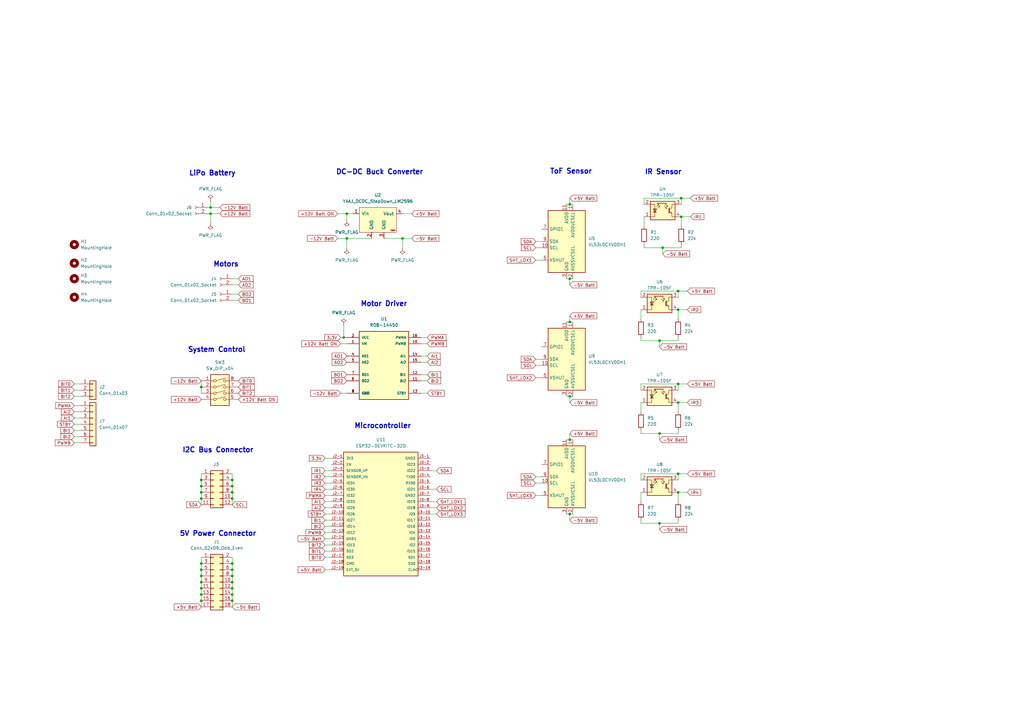
<source format=kicad_sch>
(kicad_sch (version 20250114) (generator "eeschema") (generator_version "9.0")
  (paper "A3")
  (lib_symbols
    (symbol "Connector:Conn_01x02_Socket" (pin_names (offset 1.016) (hide yes))
      (property "Reference" "J" (at 0 2.54 0))
      (property "Value" "Conn_01x02_Socket" (at 0 -5.08 0))
      (symbol "Conn_01x02_Socket_1_1"
        (pin passive line (at -5.08 0 0) (length 3.81) (name "Pin_1") (number "1"))
        (pin passive line (at -5.08 -2.54 0) (length 3.81) (name "Pin_2") (number "2"))
      )
    )
    (symbol "Connector_Generic:Conn_01x03" (pin_names (offset 1.016) (hide yes))
      (property "Reference" "J" (at 0 5.08 0))
      (property "Value" "Conn_01x03" (at 0 -5.08 0))
      (symbol "Conn_01x03_1_1"
        (pin passive line (at -5.08 2.54 0) (length 3.81) (name "Pin_1") (number "1"))
        (pin passive line (at -5.08 0 0) (length 3.81) (name "Pin_2") (number "2"))
        (pin passive line (at -5.08 -2.54 0) (length 3.81) (name "Pin_3") (number "3"))
      )
    )
    (symbol "Connector_Generic:Conn_01x07" (pin_names (offset 1.016) (hide yes))
      (property "Reference" "J" (at 0 10.16 0))
      (property "Value" "Conn_01x07" (at 0 -10.16 0))
      (symbol "Conn_01x07_1_1"
        (pin passive line (at -5.08 7.62 0) (length 3.81) (name "Pin_1") (number "1"))
        (pin passive line (at -5.08 5.08 0) (length 3.81) (name "Pin_2") (number "2"))
        (pin passive line (at -5.08 2.54 0) (length 3.81) (name "Pin_3") (number "3"))
        (pin passive line (at -5.08 0 0) (length 3.81) (name "Pin_4") (number "4"))
        (pin passive line (at -5.08 -2.54 0) (length 3.81) (name "Pin_5") (number "5"))
        (pin passive line (at -5.08 -5.08 0) (length 3.81) (name "Pin_6") (number "6"))
        (pin passive line (at -5.08 -7.62 0) (length 3.81) (name "Pin_7") (number "7"))
      )
    )
    (symbol "Connector_Generic:Conn_02x06_Odd_Even" (pin_names (offset 1.016) (hide yes))
      (property "Reference" "J" (at 1.27 7.62 0))
      (property "Value" "Conn_02x06_Odd_Even" (at 1.27 -10.16 0))
      (symbol "Conn_02x06_Odd_Even_1_1"
        (pin passive line (at -5.08 5.08 0) (length 3.81) (name "Pin_1") (number "1"))
        (pin passive line (at -5.08 2.54 0) (length 3.81) (name "Pin_3") (number "3"))
        (pin passive line (at -5.08 0 0) (length 3.81) (name "Pin_5") (number "5"))
        (pin passive line (at -5.08 -2.54 0) (length 3.81) (name "Pin_7") (number "7"))
        (pin passive line (at -5.08 -5.08 0) (length 3.81) (name "Pin_9") (number "9"))
        (pin passive line (at -5.08 -7.62 0) (length 3.81) (name "Pin_11") (number "11"))
        (pin passive line (at 7.62 5.08 180) (length 3.81) (name "Pin_2") (number "2"))
        (pin passive line (at 7.62 2.54 180) (length 3.81) (name "Pin_4") (number "4"))
        (pin passive line (at 7.62 0 180) (length 3.81) (name "Pin_6") (number "6"))
        (pin passive line (at 7.62 -2.54 180) (length 3.81) (name "Pin_8") (number "8"))
        (pin passive line (at 7.62 -5.08 180) (length 3.81) (name "Pin_10") (number "10"))
        (pin passive line (at 7.62 -7.62 180) (length 3.81) (name "Pin_12") (number "12"))
      )
    )
    (symbol "Connector_Generic:Conn_02x09_Odd_Even" (pin_names (offset 1.016) (hide yes))
      (property "Reference" "J" (at 1.27 12.7 0))
      (property "Value" "Conn_02x09_Odd_Even" (at 1.27 -12.7 0))
      (symbol "Conn_02x09_Odd_Even_1_1"
        (pin passive line (at -5.08 10.16 0) (length 3.81) (name "Pin_1") (number "1"))
        (pin passive line (at -5.08 7.62 0) (length 3.81) (name "Pin_3") (number "3"))
        (pin passive line (at -5.08 5.08 0) (length 3.81) (name "Pin_5") (number "5"))
        (pin passive line (at -5.08 2.54 0) (length 3.81) (name "Pin_7") (number "7"))
        (pin passive line (at -5.08 0 0) (length 3.81) (name "Pin_9") (number "9"))
        (pin passive line (at -5.08 -2.54 0) (length 3.81) (name "Pin_11") (number "11"))
        (pin passive line (at -5.08 -5.08 0) (length 3.81) (name "Pin_13") (number "13"))
        (pin passive line (at -5.08 -7.62 0) (length 3.81) (name "Pin_15") (number "15"))
        (pin passive line (at -5.08 -10.16 0) (length 3.81) (name "Pin_17") (number "17"))
        (pin passive line (at 7.62 10.16 180) (length 3.81) (name "Pin_2") (number "2"))
        (pin passive line (at 7.62 7.62 180) (length 3.81) (name "Pin_4") (number "4"))
        (pin passive line (at 7.62 5.08 180) (length 3.81) (name "Pin_6") (number "6"))
        (pin passive line (at 7.62 2.54 180) (length 3.81) (name "Pin_8") (number "8"))
        (pin passive line (at 7.62 0 180) (length 3.81) (name "Pin_10") (number "10"))
        (pin passive line (at 7.62 -2.54 180) (length 3.81) (name "Pin_12") (number "12"))
        (pin passive line (at 7.62 -5.08 180) (length 3.81) (name "Pin_14") (number "14"))
        (pin passive line (at 7.62 -7.62 180) (length 3.81) (name "Pin_16") (number "16"))
        (pin passive line (at 7.62 -10.16 180) (length 3.81) (name "Pin_18") (number "18"))
      )
    )
    (symbol "ESP32-DEVKITC-32D:ESP32-DEVKITC-32D" (pin_names (offset 1.016))
      (property "Reference" "U" (at -15.2572 26.0643 0))
      (property "Value" "ESP32-DEVKITC-32D" (at -15.2563 -27.9698 0))
      (symbol "ESP32-DEVKITC-32D_0_0"
        (pin power_in line (at -20.32 22.86 0) (length 5.08) (name "3V3") (number "J2-1"))
        (pin input line (at -20.32 20.32 0) (length 5.08) (name "EN") (number "J2-2"))
        (pin input line (at -20.32 17.78 0) (length 5.08) (name "SENSOR_VP") (number "J2-3"))
        (pin input line (at -20.32 15.24 0) (length 5.08) (name "SENSOR_VN") (number "J2-4"))
        (pin bidirectional line (at -20.32 12.7 0) (length 5.08) (name "IO34") (number "J2-5"))
        (pin bidirectional line (at -20.32 10.16 0) (length 5.08) (name "IO35") (number "J2-6"))
        (pin bidirectional line (at -20.32 7.62 0) (length 5.08) (name "IO32") (number "J2-7"))
        (pin bidirectional line (at -20.32 5.08 0) (length 5.08) (name "IO33") (number "J2-8"))
        (pin bidirectional line (at -20.32 2.54 0) (length 5.08) (name "IO25") (number "J2-9"))
        (pin bidirectional line (at -20.32 0 0) (length 5.08) (name "IO26") (number "J2-10"))
        (pin bidirectional line (at -20.32 -2.54 0) (length 5.08) (name "IO27") (number "J2-11"))
        (pin bidirectional line (at -20.32 -5.08 0) (length 5.08) (name "IO14") (number "J2-12"))
        (pin bidirectional line (at -20.32 -7.62 0) (length 5.08) (name "IO12") (number "J2-13"))
        (pin power_in line (at -20.32 -10.16 0) (length 5.08) (name "GND1") (number "J2-14"))
        (pin bidirectional line (at -20.32 -12.7 0) (length 5.08) (name "IO13") (number "J2-15"))
        (pin bidirectional line (at -20.32 -15.24 0) (length 5.08) (name "SD2") (number "J2-16"))
        (pin bidirectional line (at -20.32 -17.78 0) (length 5.08) (name "SD3") (number "J2-17"))
        (pin bidirectional line (at -20.32 -20.32 0) (length 5.08) (name "CMD") (number "J2-18"))
        (pin power_in line (at -20.32 -22.86 0) (length 5.08) (name "EXT_5V") (number "J2-19"))
        (pin power_in line (at 20.32 22.86 180) (length 5.08) (name "GND3") (number "J3-1"))
        (pin bidirectional line (at 20.32 20.32 180) (length 5.08) (name "IO23") (number "J3-2"))
        (pin bidirectional line (at 20.32 17.78 180) (length 5.08) (name "IO22") (number "J3-3"))
        (pin output line (at 20.32 15.24 180) (length 5.08) (name "TXD0") (number "J3-4"))
        (pin input line (at 20.32 12.7 180) (length 5.08) (name "RXD0") (number "J3-5"))
        (pin bidirectional line (at 20.32 10.16 180) (length 5.08) (name "IO21") (number "J3-6"))
        (pin power_in line (at 20.32 7.62 180) (length 5.08) (name "GND2") (number "J3-7"))
        (pin bidirectional line (at 20.32 5.08 180) (length 5.08) (name "IO19") (number "J3-8"))
        (pin bidirectional line (at 20.32 2.54 180) (length 5.08) (name "IO18") (number "J3-9"))
        (pin bidirectional line (at 20.32 0 180) (length 5.08) (name "IO5") (number "J3-10"))
        (pin bidirectional line (at 20.32 -2.54 180) (length 5.08) (name "IO17") (number "J3-11"))
        (pin bidirectional line (at 20.32 -5.08 180) (length 5.08) (name "IO16") (number "J3-12"))
        (pin bidirectional line (at 20.32 -7.62 180) (length 5.08) (name "IO4") (number "J3-13"))
        (pin bidirectional line (at 20.32 -10.16 180) (length 5.08) (name "IO0") (number "J3-14"))
        (pin bidirectional line (at 20.32 -12.7 180) (length 5.08) (name "IO2") (number "J3-15"))
        (pin bidirectional line (at 20.32 -15.24 180) (length 5.08) (name "IO15") (number "J3-16"))
        (pin bidirectional line (at 20.32 -17.78 180) (length 5.08) (name "SD1") (number "J3-17"))
        (pin bidirectional line (at 20.32 -20.32 180) (length 5.08) (name "SD0") (number "J3-18"))
        (pin input clock (at 20.32 -22.86 180) (length 5.08) (name "CLK") (number "J3-19"))
      )
    )
    (symbol "Mechanical:MountingHole" (pin_names (offset 1.016)) (exclude_from_sim yes) (in_bom no)
      (property "Reference" "H" (at 0 5.08 0))
      (property "Value" "MountingHole" (at 0 3.175 0))
    )
    (symbol "ROB-14450:ROB-14450" (pin_names (offset 1.016))
      (property "Reference" "U" (at -10.16 16.002 0))
      (property "Value" "ROB-14450" (at -10.16 -15.24 0))
      (symbol "ROB-14450_0_0"
        (pin input line (at -15.24 12.7 0) (length 5.08) (name "PWMA") (number "16"))
        (pin input line (at -15.24 10.16 0) (length 5.08) (name "PWMB") (number "10"))
        (pin input line (at -15.24 5.08 0) (length 5.08) (name "AI1") (number "14"))
        (pin input line (at -15.24 2.54 0) (length 5.08) (name "AI2") (number "15"))
        (pin input line (at -15.24 -2.54 0) (length 5.08) (name "BI1") (number "12"))
        (pin input line (at -15.24 -5.08 0) (length 5.08) (name "BI2") (number "11"))
        (pin input line (at -15.24 -10.16 0) (length 5.08) (name "STBY") (number "13"))
        (pin power_in line (at 15.24 12.7 180) (length 5.08) (name "VCC") (number "2"))
        (pin power_in line (at 15.24 10.16 180) (length 5.08) (name "VM") (number "1"))
        (pin output line (at 15.24 5.08 180) (length 5.08) (name "A01") (number "4"))
        (pin output line (at 15.24 2.54 180) (length 5.08) (name "A02") (number "5"))
        (pin output line (at 15.24 -2.54 180) (length 5.08) (name "B01") (number "7"))
        (pin output line (at 15.24 -5.08 180) (length 5.08) (name "B02") (number "6"))
        (pin power_in line (at 15.24 -10.16 180) (length 5.08) (name "GND") (number "3"))
        (pin power_in line (at 15.24 -10.16 180) (length 5.08) (name "GND") (number "8"))
        (pin power_in line (at 15.24 -10.16 180) (length 5.08) (name "GND") (number "9"))
      )
    )
    (symbol "ScottoKeebs:Placeholder_Resistor" (pin_numbers (hide yes)) (pin_names (offset 0))
      (property "Reference" "R" (at 0 2.032 0))
      (property "Value" "Resistor" (at 0 -2.54 0))
      (symbol "Placeholder_Resistor_1_1"
        (pin passive line (at -3.81 0 0) (length 1.27) (name "~") (number "1"))
        (pin passive line (at 3.81 0 180) (length 1.27) (name "~") (number "2"))
      )
    )
    (symbol "Sensor_Distance:VL53L0CXV0DH1"
      (property "Reference" "U" (at -6.35 13.97 0))
      (property "Value" "VL53L0CXV0DH1" (at 12.065 13.97 0))
      (symbol "VL53L0CXV0DH1_1_1"
        (pin open_collector line (at -10.16 5.08 0) (length 2.54) (name "GPIO1") (number "7"))
        (pin bidirectional line (at -10.16 0 0) (length 2.54) (name "SDA") (number "9"))
        (pin input line (at -10.16 -2.54 0) (length 2.54) (name "SCL") (number "10"))
        (pin input line (at -10.16 -7.62 0) (length 2.54) (name "XSHUT") (number "5"))
        (pin no_connect line (at -7.62 7.62 0) (length 2.54) (hide yes) (name "DNC") (number "8"))
        (pin power_in line (at 0 15.24 270) (length 2.54) (name "AVDD") (number "11"))
        (pin passive line (at 0 -15.24 90) (length 2.54) (hide yes) (name "GND") (number "12"))
        (pin power_in line (at 0 -15.24 90) (length 2.54) (name "GND") (number "3"))
        (pin passive line (at 0 -15.24 90) (length 2.54) (hide yes) (name "GND") (number "4"))
        (pin passive line (at 0 -15.24 90) (length 2.54) (hide yes) (name "GND") (number "6"))
        (pin power_in line (at 2.54 15.24 270) (length 2.54) (name "AVDDVCSEL") (number "1"))
        (pin power_in line (at 2.54 -15.24 90) (length 2.54) (name "AVSSVCSEL") (number "2"))
      )
    )
    (symbol "Sensor_Proximity:BPR-205" (pin_names (offset 1.016) (hide yes))
      (property "Reference" "U" (at -3.81 5.08 0))
      (property "Value" "BPR-205" (at 10.16 5.08 0))
      (symbol "BPR-205_1_1"
        (pin passive line (at -7.62 2.54 0) (length 2.54) (name "A") (number "2"))
        (pin passive line (at -7.62 -2.54 0) (length 2.54) (name "K") (number "1"))
        (pin open_collector line (at 7.62 2.54 180) (length 2.54) (name "C") (number "3"))
        (pin open_emitter line (at 7.62 -2.54 180) (length 2.54) (name "E") (number "4"))
      )
    )
    (symbol "Switch:SW_DIP_x04" (pin_names (offset 0) (hide yes))
      (property "Reference" "SW" (at 0 8.89 0))
      (property "Value" "SW_DIP_x04" (at 0 -6.35 0))
      (symbol "SW_DIP_x04_1_1"
        (pin passive line (at -7.62 5.08 0) (length 5.08) (name "~") (number "1"))
        (pin passive line (at -7.62 2.54 0) (length 5.08) (name "~") (number "2"))
        (pin passive line (at -7.62 0 0) (length 5.08) (name "~") (number "3"))
        (pin passive line (at -7.62 -2.54 0) (length 5.08) (name "~") (number "4"))
        (pin passive line (at 7.62 5.08 180) (length 5.08) (name "~") (number "8"))
        (pin passive line (at 7.62 2.54 180) (length 5.08) (name "~") (number "7"))
        (pin passive line (at 7.62 0 180) (length 5.08) (name "~") (number "6"))
        (pin passive line (at 7.62 -2.54 180) (length 5.08) (name "~") (number "5"))
      )
    )
    (symbol "power:PWR_FLAG" (power) (pin_numbers (hide yes)) (pin_names (offset 0) (hide yes))
      (property "Value" "PWR_FLAG" (at 0 3.81 0))
      (symbol "PWR_FLAG_0_0"
        (pin power_out line (at 0 0 90) (length 0) (name "~") (number "1"))
      )
    )
    (symbol "yaaj_dcdc_stepdown_lm2596:YAAJ_DCDC_StepDown_LM2596" (pin_names (offset 1.016))
      (property "Reference" "U" (at -5.08 6.35 0))
      (property "Value" "YAAJ_DCDC_StepDown_LM2596" (at 0 11.43 0))
      (symbol "YAAJ_DCDC_StepDown_LM2596_1_1"
        (text "Y@@V" (at 6.1976 -4.2672 0) (effects (font (size 0.508 0.508))))
        (pin power_in line (at -10.16 2.54 0) (length 2.54) (name "Vin") (number "1"))
        (pin power_in line (at -2.54 -7.62 90) (length 2.54) (name "GND") (number "2"))
        (pin power_in line (at 2.54 -7.62 90) (length 2.54) (name "GND") (number "3"))
        (pin power_out line (at 10.16 2.54 180) (length 2.54) (name "Vout") (number "4"))
      )
    )
  )
  (text "I2C Bus Connector" (at 89.408 184.658 0) (effects (font (size 2.032 2.032) (thickness 0.4064) (bold yes))))
  (text "DC-DC Buck Converter" (at 155.702 70.612 0) (effects (font (size 2.032 2.032) (thickness 0.4064) (bold yes))))
  (text "5V Power Connector" (at 89.408 218.948 0) (effects (font (size 2.032 2.032) (thickness 0.4064) (bold yes))))
  (text "Motors" (at 92.71 108.458 0) (effects (font (size 2.032 2.032) (thickness 0.4064) (bold yes))))
  (text "IR Sensor\n" (at 272.034 70.612 0) (effects (font (size 2.032 2.032) (thickness 0.4064) (bold yes))))
  (text "Motor Driver" (at 157.48 124.714 0) (effects (font (size 2.032 2.032) (thickness 0.4064) (bold yes))))
  (text "LiPo Battery" (at 87.122 71.12 0) (effects (font (size 2.032 2.032) (thickness 0.4064) (bold yes))))
  (text "System Control" (at 88.9 143.51 0) (effects (font (size 2.032 2.032) (thickness 0.4064) (bold yes))))
  (text "ToF Sensor" (at 234.188 70.358 0) (effects (font (size 2.032 2.032) (thickness 0.4064) (bold yes))))
  (text "Microcontroller" (at 156.972 174.752 0) (effects (font (size 2.032 2.032) (thickness 0.4064) (bold yes))))
  (junction (at 82.55 241.3))
  (junction (at 95.25 243.84))
  (junction (at 233.68 162.56))
  (junction (at 86.36 87.63))
  (junction (at 82.55 246.38))
  (junction (at 95.25 236.22))
  (junction (at 82.55 243.84))
  (junction (at 82.55 201.93))
  (junction (at 279.4 81.28))
  (junction (at 82.55 204.47))
  (junction (at 95.25 196.85))
  (junction (at 233.68 83.82))
  (junction (at 82.55 199.39))
  (junction (at 82.55 238.76))
  (junction (at 82.55 158.75))
  (junction (at 233.68 132.08))
  (junction (at 233.68 114.3))
  (junction (at 82.55 233.68))
  (junction (at 165.1 97.79))
  (junction (at 86.36 85.09))
  (junction (at 95.25 199.39))
  (junction (at 82.55 236.22))
  (junction (at 95.25 246.38))
  (junction (at 278.13 165.1))
  (junction (at 140.97 138.43))
  (junction (at 233.68 180.34))
  (junction (at 95.25 231.14))
  (junction (at 95.25 241.3))
  (junction (at 82.55 231.14))
  (junction (at 278.13 194.31))
  (junction (at 270.51 214.63))
  (junction (at 278.13 119.38))
  (junction (at 95.25 204.47))
  (junction (at 95.25 233.68))
  (junction (at 233.68 210.82))
  (junction (at 270.51 177.8))
  (junction (at 82.55 196.85))
  (junction (at 142.24 87.63))
  (junction (at 278.13 157.48))
  (junction (at 279.4 88.9))
  (junction (at 95.25 238.76))
  (junction (at 278.13 127))
  (junction (at 271.78 101.6))
  (junction (at 270.51 139.7))
  (junction (at 95.25 201.93))
  (junction (at 142.24 97.79))
  (junction (at 278.13 201.93))
  (wire (pts (xy 82.55 236.22) (xy 82.55 238.76)))
  (wire (pts (xy 142.24 97.79) (xy 142.24 101.6)))
  (wire (pts (xy 142.24 87.63) (xy 142.24 90.17)))
  (wire (pts (xy 278.13 157.48) (xy 281.94 157.48)))
  (wire (pts (xy 233.68 132.08) (xy 234.95 132.08)))
  (wire (pts (xy 175.26 156.21) (xy 172.72 156.21)))
  (wire (pts (xy 262.89 194.31) (xy 278.13 194.31)))
  (wire (pts (xy 133.35 220.98) (xy 135.89 220.98)))
  (wire (pts (xy 219.71 147.32) (xy 222.25 147.32)))
  (wire (pts (xy 262.89 157.48) (xy 278.13 157.48)))
  (wire (pts (xy 133.35 226.06) (xy 135.89 226.06)))
  (wire (pts (xy 140.97 133.35) (xy 140.97 138.43)))
  (wire (pts (xy 233.68 129.54) (xy 233.68 132.08)))
  (wire (pts (xy 30.48 162.56) (xy 33.02 162.56)))
  (wire (pts (xy 278.13 138.43) (xy 278.13 139.7)))
  (wire (pts (xy 278.13 214.63) (xy 270.51 214.63)))
  (wire (pts (xy 95.25 228.6) (xy 95.25 231.14)))
  (wire (pts (xy 232.41 162.56) (xy 233.68 162.56)))
  (wire (pts (xy 30.48 181.61) (xy 33.02 181.61)))
  (wire (pts (xy 278.13 176.53) (xy 278.13 177.8)))
  (wire (pts (xy 30.48 179.07) (xy 33.02 179.07)))
  (wire (pts (xy 97.79 116.84) (xy 95.25 116.84)))
  (wire (pts (xy 82.55 156.21) (xy 82.55 158.75)))
  (wire (pts (xy 219.71 203.2) (xy 222.25 203.2)))
  (wire (pts (xy 30.48 166.37) (xy 33.02 166.37)))
  (wire (pts (xy 140.97 138.43) (xy 142.24 138.43)))
  (wire (pts (xy 82.55 231.14) (xy 82.55 233.68)))
  (wire (pts (xy 30.48 157.48) (xy 33.02 157.48)))
  (wire (pts (xy 139.7 140.97) (xy 142.24 140.97)))
  (wire (pts (xy 270.51 177.8) (xy 262.89 177.8)))
  (wire (pts (xy 233.68 180.34) (xy 234.95 180.34)))
  (wire (pts (xy 142.24 97.79) (xy 152.4 97.79)))
  (wire (pts (xy 133.35 198.12) (xy 135.89 198.12)))
  (wire (pts (xy 133.35 203.2) (xy 135.89 203.2)))
  (wire (pts (xy 233.68 83.82) (xy 234.95 83.82)))
  (wire (pts (xy 133.35 205.74) (xy 135.89 205.74)))
  (wire (pts (xy 271.78 101.6) (xy 271.78 104.14)))
  (wire (pts (xy 278.13 119.38) (xy 281.94 119.38)))
  (wire (pts (xy 175.26 138.43) (xy 172.72 138.43)))
  (wire (pts (xy 82.55 243.84) (xy 82.55 246.38)))
  (wire (pts (xy 86.36 87.63) (xy 86.36 91.44)))
  (wire (pts (xy 219.71 198.12) (xy 222.25 198.12)))
  (wire (pts (xy 30.48 168.91) (xy 33.02 168.91)))
  (wire (pts (xy 133.35 208.28) (xy 135.89 208.28)))
  (wire (pts (xy 278.13 119.38) (xy 278.13 121.92)))
  (wire (pts (xy 95.25 246.38) (xy 95.25 248.92)))
  (wire (pts (xy 175.26 140.97) (xy 172.72 140.97)))
  (wire (pts (xy 90.17 85.09) (xy 86.36 85.09)))
  (wire (pts (xy 262.89 119.38) (xy 278.13 119.38)))
  (wire (pts (xy 97.79 123.19) (xy 95.25 123.19)))
  (wire (pts (xy 95.25 196.85) (xy 95.25 199.39)))
  (wire (pts (xy 179.07 205.74) (xy 176.53 205.74)))
  (wire (pts (xy 165.1 97.79) (xy 165.1 101.6)))
  (wire (pts (xy 278.13 157.48) (xy 278.13 160.02)))
  (wire (pts (xy 175.26 146.05) (xy 172.72 146.05)))
  (wire (pts (xy 219.71 149.86) (xy 222.25 149.86)))
  (wire (pts (xy 95.25 231.14) (xy 95.25 233.68)))
  (wire (pts (xy 262.89 139.7) (xy 262.89 138.43)))
  (wire (pts (xy 264.16 81.28) (xy 279.4 81.28)))
  (wire (pts (xy 233.68 177.8) (xy 233.68 180.34)))
  (wire (pts (xy 278.13 177.8) (xy 270.51 177.8)))
  (wire (pts (xy 82.55 241.3) (xy 82.55 243.84)))
  (wire (pts (xy 232.41 132.08) (xy 233.68 132.08)))
  (wire (pts (xy 219.71 99.06) (xy 222.25 99.06)))
  (wire (pts (xy 262.89 160.02) (xy 262.89 157.48)))
  (wire (pts (xy 86.36 82.55) (xy 86.36 85.09)))
  (wire (pts (xy 179.07 210.82) (xy 176.53 210.82)))
  (wire (pts (xy 233.68 162.56) (xy 234.95 162.56)))
  (wire (pts (xy 95.25 236.22) (xy 95.25 238.76)))
  (wire (pts (xy 264.16 88.9) (xy 264.16 92.71)))
  (wire (pts (xy 82.55 196.85) (xy 82.55 199.39)))
  (wire (pts (xy 133.35 233.68) (xy 135.89 233.68)))
  (wire (pts (xy 262.89 165.1) (xy 262.89 168.91)))
  (wire (pts (xy 233.68 210.82) (xy 233.68 213.36)))
  (wire (pts (xy 138.43 97.79) (xy 142.24 97.79)))
  (wire (pts (xy 97.79 114.3) (xy 95.25 114.3)))
  (wire (pts (xy 82.55 199.39) (xy 82.55 201.93)))
  (wire (pts (xy 233.68 210.82) (xy 234.95 210.82)))
  (wire (pts (xy 95.25 238.76) (xy 95.25 241.3)))
  (wire (pts (xy 30.48 173.99) (xy 33.02 173.99)))
  (wire (pts (xy 82.55 228.6) (xy 82.55 231.14)))
  (wire (pts (xy 278.13 127) (xy 281.94 127)))
  (wire (pts (xy 133.35 218.44) (xy 135.89 218.44)))
  (wire (pts (xy 270.51 139.7) (xy 262.89 139.7)))
  (wire (pts (xy 97.79 120.65) (xy 95.25 120.65)))
  (wire (pts (xy 30.48 176.53) (xy 33.02 176.53)))
  (wire (pts (xy 279.4 100.33) (xy 279.4 101.6)))
  (wire (pts (xy 95.25 204.47) (xy 95.25 207.01)))
  (wire (pts (xy 95.25 201.93) (xy 95.25 204.47)))
  (wire (pts (xy 176.53 200.66) (xy 179.07 200.66)))
  (wire (pts (xy 279.4 81.28) (xy 279.4 83.82)))
  (wire (pts (xy 279.4 88.9) (xy 283.21 88.9)))
  (wire (pts (xy 219.71 106.68) (xy 222.25 106.68)))
  (wire (pts (xy 264.16 101.6) (xy 264.16 100.33)))
  (wire (pts (xy 172.72 161.29) (xy 175.26 161.29)))
  (wire (pts (xy 278.13 127) (xy 278.13 130.81)))
  (wire (pts (xy 95.25 233.68) (xy 95.25 236.22)))
  (wire (pts (xy 133.35 223.52) (xy 135.89 223.52)))
  (wire (pts (xy 219.71 154.94) (xy 222.25 154.94)))
  (wire (pts (xy 278.13 165.1) (xy 278.13 168.91)))
  (wire (pts (xy 133.35 228.6) (xy 135.89 228.6)))
  (wire (pts (xy 278.13 201.93) (xy 281.94 201.93)))
  (wire (pts (xy 176.53 193.04) (xy 179.07 193.04)))
  (wire (pts (xy 85.09 87.63) (xy 86.36 87.63)))
  (wire (pts (xy 233.68 81.28) (xy 233.68 83.82)))
  (wire (pts (xy 95.25 241.3) (xy 95.25 243.84)))
  (wire (pts (xy 95.25 199.39) (xy 95.25 201.93)))
  (wire (pts (xy 219.71 195.58) (xy 222.25 195.58)))
  (wire (pts (xy 138.43 87.63) (xy 142.24 87.63)))
  (wire (pts (xy 233.68 162.56) (xy 233.68 165.1)))
  (wire (pts (xy 278.13 194.31) (xy 281.94 194.31)))
  (wire (pts (xy 233.68 114.3) (xy 233.68 116.84)))
  (wire (pts (xy 262.89 214.63) (xy 262.89 213.36)))
  (wire (pts (xy 232.41 114.3) (xy 233.68 114.3)))
  (wire (pts (xy 30.48 171.45) (xy 33.02 171.45)))
  (wire (pts (xy 30.48 160.02) (xy 33.02 160.02)))
  (wire (pts (xy 264.16 83.82) (xy 264.16 81.28)))
  (wire (pts (xy 270.51 177.8) (xy 270.51 180.34)))
  (wire (pts (xy 82.55 201.93) (xy 82.55 204.47)))
  (wire (pts (xy 133.35 193.04) (xy 135.89 193.04)))
  (wire (pts (xy 133.35 215.9) (xy 135.89 215.9)))
  (wire (pts (xy 262.89 196.85) (xy 262.89 194.31)))
  (wire (pts (xy 82.55 233.68) (xy 82.55 236.22)))
  (wire (pts (xy 262.89 201.93) (xy 262.89 205.74)))
  (wire (pts (xy 270.51 214.63) (xy 270.51 217.17)))
  (wire (pts (xy 270.51 139.7) (xy 270.51 142.24)))
  (wire (pts (xy 279.4 81.28) (xy 283.21 81.28)))
  (wire (pts (xy 233.68 114.3) (xy 234.95 114.3)))
  (wire (pts (xy 271.78 101.6) (xy 264.16 101.6)))
  (wire (pts (xy 278.13 194.31) (xy 278.13 196.85)))
  (wire (pts (xy 82.55 246.38) (xy 82.55 248.92)))
  (wire (pts (xy 139.7 161.29) (xy 142.24 161.29)))
  (wire (pts (xy 139.7 138.43) (xy 140.97 138.43)))
  (wire (pts (xy 86.36 87.63) (xy 90.17 87.63)))
  (wire (pts (xy 165.1 97.79) (xy 157.48 97.79)))
  (wire (pts (xy 86.36 85.09) (xy 85.09 85.09)))
  (wire (pts (xy 133.35 210.82) (xy 135.89 210.82)))
  (wire (pts (xy 82.55 238.76) (xy 82.55 241.3)))
  (wire (pts (xy 278.13 213.36) (xy 278.13 214.63)))
  (wire (pts (xy 262.89 127) (xy 262.89 130.81)))
  (wire (pts (xy 133.35 195.58) (xy 135.89 195.58)))
  (wire (pts (xy 232.41 180.34) (xy 233.68 180.34)))
  (wire (pts (xy 262.89 121.92) (xy 262.89 119.38)))
  (wire (pts (xy 232.41 210.82) (xy 233.68 210.82)))
  (wire (pts (xy 95.25 243.84) (xy 95.25 246.38)))
  (wire (pts (xy 95.25 194.31) (xy 95.25 196.85)))
  (wire (pts (xy 270.51 214.63) (xy 262.89 214.63)))
  (wire (pts (xy 82.55 194.31) (xy 82.55 196.85)))
  (wire (pts (xy 232.41 83.82) (xy 233.68 83.82)))
  (wire (pts (xy 179.07 208.28) (xy 176.53 208.28)))
  (wire (pts (xy 82.55 204.47) (xy 82.55 207.01)))
  (wire (pts (xy 133.35 200.66) (xy 135.89 200.66)))
  (wire (pts (xy 142.24 87.63) (xy 144.78 87.63)))
  (wire (pts (xy 175.26 148.59) (xy 172.72 148.59)))
  (wire (pts (xy 168.91 87.63) (xy 165.1 87.63)))
  (wire (pts (xy 133.35 187.96) (xy 135.89 187.96)))
  (wire (pts (xy 82.55 158.75) (xy 82.55 161.29)))
  (wire (pts (xy 133.35 213.36) (xy 135.89 213.36)))
  (wire (pts (xy 219.71 101.6) (xy 222.25 101.6)))
  (wire (pts (xy 279.4 101.6) (xy 271.78 101.6)))
  (wire (pts (xy 175.26 153.67) (xy 172.72 153.67)))
  (wire (pts (xy 168.91 97.79) (xy 165.1 97.79)))
  (wire (pts (xy 262.89 177.8) (xy 262.89 176.53)))
  (wire (pts (xy 279.4 88.9) (xy 279.4 92.71)))
  (wire (pts (xy 278.13 201.93) (xy 278.13 205.74)))
  (wire (pts (xy 278.13 165.1) (xy 281.94 165.1)))
  (wire (pts (xy 278.13 139.7) (xy 270.51 139.7)))
  (global_label "-12V Batt" (shape input) (at 138.43 97.79 180) (property "Intersheetrefs" "${INTERSHEET_REFS}" (effects (hide yes))))
  (global_label "IR1" (shape input) (at 133.35 193.04 180) (property "Intersheetrefs" "${INTERSHEET_REFS}" (effects (hide yes))))
  (global_label "AO2" (shape input) (at 97.79 116.84 0) (property "Intersheetrefs" "${INTERSHEET_REFS}" (effects (hide yes))))
  (global_label "IR4" (shape input) (at 133.35 200.66 180) (property "Intersheetrefs" "${INTERSHEET_REFS}" (effects (hide yes))))
  (global_label "PWMA" (shape input) (at 30.48 166.37 180) (property "Intersheetrefs" "${INTERSHEET_REFS}" (effects (hide yes))))
  (global_label "SDA" (shape input) (at 219.71 99.06 180) (property "Intersheetrefs" "${INTERSHEET_REFS}" (effects (hide yes))))
  (global_label "AO1" (shape input) (at 97.79 114.3 0) (property "Intersheetrefs" "${INTERSHEET_REFS}" (effects (hide yes))))
  (global_label "SCL" (shape input) (at 179.07 200.66 0) (property "Intersheetrefs" "${INTERSHEET_REFS}" (effects (hide yes))))
  (global_label "-5V Batt" (shape input) (at 270.51 180.34 0) (property "Intersheetrefs" "${INTERSHEET_REFS}" (effects (hide yes))))
  (global_label "SCL" (shape input) (at 219.71 198.12 180) (property "Intersheetrefs" "${INTERSHEET_REFS}" (effects (hide yes))))
  (global_label "BO2" (shape input) (at 142.24 156.21 180) (property "Intersheetrefs" "${INTERSHEET_REFS}" (effects (hide yes))))
  (global_label "IR1" (shape input) (at 283.21 88.9 0) (property "Intersheetrefs" "${INTERSHEET_REFS}" (effects (hide yes))))
  (global_label "AI1" (shape input) (at 175.26 146.05 0) (property "Intersheetrefs" "${INTERSHEET_REFS}" (effects (hide yes))))
  (global_label "SCL" (shape input) (at 219.71 101.6 180) (property "Intersheetrefs" "${INTERSHEET_REFS}" (effects (hide yes))))
  (global_label "BIT1" (shape input) (at 133.35 226.06 180) (property "Intersheetrefs" "${INTERSHEET_REFS}" (effects (hide yes))))
  (global_label "AI2" (shape input) (at 30.48 168.91 180) (property "Intersheetrefs" "${INTERSHEET_REFS}" (effects (hide yes))))
  (global_label "SHT_LOX1" (shape input) (at 219.71 106.68 180) (property "Intersheetrefs" "${INTERSHEET_REFS}" (effects (hide yes))))
  (global_label "AI1" (shape input) (at 133.35 205.74 180) (property "Intersheetrefs" "${INTERSHEET_REFS}" (effects (hide yes))))
  (global_label "PWMB" (shape input) (at 133.35 218.44 180) (property "Intersheetrefs" "${INTERSHEET_REFS}" (effects (hide yes))))
  (global_label "-5V Batt" (shape input) (at 133.35 220.98 180) (property "Intersheetrefs" "${INTERSHEET_REFS}" (effects (hide yes))))
  (global_label "-5V Batt" (shape input) (at 233.68 165.1 0) (property "Intersheetrefs" "${INTERSHEET_REFS}" (effects (hide yes))))
  (global_label "SDA" (shape input) (at 219.71 147.32 180) (property "Intersheetrefs" "${INTERSHEET_REFS}" (effects (hide yes))))
  (global_label "+12V Batt ON" (shape input) (at 139.7 140.97 180) (property "Intersheetrefs" "${INTERSHEET_REFS}" (effects (hide yes))))
  (global_label "BIT1" (shape input) (at 30.48 160.02 180) (property "Intersheetrefs" "${INTERSHEET_REFS}" (effects (hide yes))))
  (global_label "-12V Batt" (shape input) (at 90.17 85.09 0) (property "Intersheetrefs" "${INTERSHEET_REFS}" (effects (hide yes))))
  (global_label "BI2" (shape input) (at 175.26 156.21 0) (property "Intersheetrefs" "${INTERSHEET_REFS}" (effects (hide yes))))
  (global_label "BI1" (shape input) (at 30.48 176.53 180) (property "Intersheetrefs" "${INTERSHEET_REFS}" (effects (hide yes))))
  (global_label "BIT2" (shape input) (at 30.48 162.56 180) (property "Intersheetrefs" "${INTERSHEET_REFS}" (effects (hide yes))))
  (global_label "-5V Batt" (shape input) (at 233.68 116.84 0) (property "Intersheetrefs" "${INTERSHEET_REFS}" (effects (hide yes))))
  (global_label "+5V Batt" (shape input) (at 233.68 129.54 0) (property "Intersheetrefs" "${INTERSHEET_REFS}" (effects (hide yes))))
  (global_label "-5V Batt" (shape input) (at 168.91 97.79 0) (property "Intersheetrefs" "${INTERSHEET_REFS}" (effects (hide yes))))
  (global_label "AI2" (shape input) (at 133.35 208.28 180) (property "Intersheetrefs" "${INTERSHEET_REFS}" (effects (hide yes))))
  (global_label "+12V Batt" (shape input) (at 82.55 163.83 180) (property "Intersheetrefs" "${INTERSHEET_REFS}" (effects (hide yes))))
  (global_label "PWMA" (shape input) (at 133.35 203.2 180) (property "Intersheetrefs" "${INTERSHEET_REFS}" (effects (hide yes))))
  (global_label "-12V Batt" (shape input) (at 139.7 161.29 180) (property "Intersheetrefs" "${INTERSHEET_REFS}" (effects (hide yes))))
  (global_label "AO1" (shape input) (at 142.24 146.05 180) (property "Intersheetrefs" "${INTERSHEET_REFS}" (effects (hide yes))))
  (global_label "SDA" (shape input) (at 82.55 207.01 180) (property "Intersheetrefs" "${INTERSHEET_REFS}" (effects (hide yes))))
  (global_label "SHT_LOX1" (shape input) (at 179.07 205.74 0) (property "Intersheetrefs" "${INTERSHEET_REFS}" (effects (hide yes))))
  (global_label "-5V Batt" (shape input) (at 270.51 217.17 0) (property "Intersheetrefs" "${INTERSHEET_REFS}" (effects (hide yes))))
  (global_label "+5V Batt" (shape input) (at 133.35 233.68 180) (property "Intersheetrefs" "${INTERSHEET_REFS}" (effects (hide yes))))
  (global_label "SHT_LOX3" (shape input) (at 219.71 203.2 180) (property "Intersheetrefs" "${INTERSHEET_REFS}" (effects (hide yes))))
  (global_label "BI1" (shape input) (at 133.35 213.36 180) (property "Intersheetrefs" "${INTERSHEET_REFS}" (effects (hide yes))))
  (global_label "+5V Batt" (shape input) (at 281.94 157.48 0) (property "Intersheetrefs" "${INTERSHEET_REFS}" (effects (hide yes))))
  (global_label "BIT0" (shape input) (at 97.79 156.21 0) (property "Intersheetrefs" "${INTERSHEET_REFS}" (effects (hide yes))))
  (global_label "BO1" (shape input) (at 142.24 153.67 180) (property "Intersheetrefs" "${INTERSHEET_REFS}" (effects (hide yes))))
  (global_label "+5V Batt" (shape input) (at 281.94 194.31 0) (property "Intersheetrefs" "${INTERSHEET_REFS}" (effects (hide yes))))
  (global_label "STBY" (shape input) (at 30.48 173.99 180) (property "Intersheetrefs" "${INTERSHEET_REFS}" (effects (hide yes))))
  (global_label "3.3V" (shape input) (at 133.35 187.96 180) (property "Intersheetrefs" "${INTERSHEET_REFS}" (effects (hide yes))))
  (global_label "-5V Batt" (shape input) (at 271.78 104.14 0) (property "Intersheetrefs" "${INTERSHEET_REFS}" (effects (hide yes))))
  (global_label "IR2" (shape input) (at 281.94 127 0) (property "Intersheetrefs" "${INTERSHEET_REFS}" (effects (hide yes))))
  (global_label "IR3" (shape input) (at 281.94 165.1 0) (property "Intersheetrefs" "${INTERSHEET_REFS}" (effects (hide yes))))
  (global_label "PWMA" (shape input) (at 175.26 138.43 0) (property "Intersheetrefs" "${INTERSHEET_REFS}" (effects (hide yes))))
  (global_label "BIT2" (shape input) (at 97.79 161.29 0) (property "Intersheetrefs" "${INTERSHEET_REFS}" (effects (hide yes))))
  (global_label "-5V Batt" (shape input) (at 95.25 248.92 0) (property "Intersheetrefs" "${INTERSHEET_REFS}" (effects (hide yes))))
  (global_label "BI2" (shape input) (at 133.35 215.9 180) (property "Intersheetrefs" "${INTERSHEET_REFS}" (effects (hide yes))))
  (global_label "PWMB" (shape input) (at 175.26 140.97 0) (property "Intersheetrefs" "${INTERSHEET_REFS}" (effects (hide yes))))
  (global_label "SDA" (shape input) (at 219.71 195.58 180) (property "Intersheetrefs" "${INTERSHEET_REFS}" (effects (hide yes))))
  (global_label "BIT0" (shape input) (at 133.35 228.6 180) (property "Intersheetrefs" "${INTERSHEET_REFS}" (effects (hide yes))))
  (global_label "BIT2" (shape input) (at 133.35 223.52 180) (property "Intersheetrefs" "${INTERSHEET_REFS}" (effects (hide yes))))
  (global_label "+5V Batt" (shape input) (at 233.68 177.8 0) (property "Intersheetrefs" "${INTERSHEET_REFS}" (effects (hide yes))))
  (global_label "BO2" (shape input) (at 97.79 120.65 0) (property "Intersheetrefs" "${INTERSHEET_REFS}" (effects (hide yes))))
  (global_label "-5V Batt" (shape input) (at 270.51 142.24 0) (property "Intersheetrefs" "${INTERSHEET_REFS}" (effects (hide yes))))
  (global_label "SCL" (shape input) (at 219.71 149.86 180) (property "Intersheetrefs" "${INTERSHEET_REFS}" (effects (hide yes))))
  (global_label "+5V Batt" (shape input) (at 281.94 119.38 0) (property "Intersheetrefs" "${INTERSHEET_REFS}" (effects (hide yes))))
  (global_label "-12V Batt" (shape input) (at 82.55 156.21 180) (property "Intersheetrefs" "${INTERSHEET_REFS}" (effects (hide yes))))
  (global_label "STBY" (shape input) (at 175.26 161.29 0) (property "Intersheetrefs" "${INTERSHEET_REFS}" (effects (hide yes))))
  (global_label "SCL" (shape input) (at 95.25 207.01 0) (property "Intersheetrefs" "${INTERSHEET_REFS}" (effects (hide yes))))
  (global_label "SHT_LOX2" (shape input) (at 179.07 208.28 0) (property "Intersheetrefs" "${INTERSHEET_REFS}" (effects (hide yes))))
  (global_label "STBY" (shape input) (at 133.35 210.82 180) (property "Intersheetrefs" "${INTERSHEET_REFS}" (effects (hide yes))))
  (global_label "IR4" (shape input) (at 281.94 201.93 0) (property "Intersheetrefs" "${INTERSHEET_REFS}" (effects (hide yes))))
  (global_label "+5V Batt" (shape input) (at 283.21 81.28 0) (property "Intersheetrefs" "${INTERSHEET_REFS}" (effects (hide yes))))
  (global_label "SHT_LOX3" (shape input) (at 179.07 210.82 0) (property "Intersheetrefs" "${INTERSHEET_REFS}" (effects (hide yes))))
  (global_label "PWMB" (shape input) (at 30.48 181.61 180) (property "Intersheetrefs" "${INTERSHEET_REFS}" (effects (hide yes))))
  (global_label "SHT_LOX2" (shape input) (at 219.71 154.94 180) (property "Intersheetrefs" "${INTERSHEET_REFS}" (effects (hide yes))))
  (global_label "+12V Batt ON" (shape input) (at 97.79 163.83 0) (property "Intersheetrefs" "${INTERSHEET_REFS}" (effects (hide yes))))
  (global_label "-5V Batt" (shape input) (at 233.68 213.36 0) (property "Intersheetrefs" "${INTERSHEET_REFS}" (effects (hide yes))))
  (global_label "AI1" (shape input) (at 30.48 171.45 180) (property "Intersheetrefs" "${INTERSHEET_REFS}" (effects (hide yes))))
  (global_label "3.3V" (shape input) (at 139.7 138.43 180) (property "Intersheetrefs" "${INTERSHEET_REFS}" (effects (hide yes))))
  (global_label "+12V Batt ON" (shape input) (at 138.43 87.63 180) (property "Intersheetrefs" "${INTERSHEET_REFS}" (effects (hide yes))))
  (global_label "SDA" (shape input) (at 179.07 193.04 0) (property "Intersheetrefs" "${INTERSHEET_REFS}" (effects (hide yes))))
  (global_label "BIT0" (shape input) (at 30.48 157.48 180) (property "Intersheetrefs" "${INTERSHEET_REFS}" (effects (hide yes))))
  (global_label "+12V Batt" (shape input) (at 90.17 87.63 0) (property "Intersheetrefs" "${INTERSHEET_REFS}" (effects (hide yes))))
  (global_label "AI2" (shape input) (at 175.26 148.59 0) (property "Intersheetrefs" "${INTERSHEET_REFS}" (effects (hide yes))))
  (global_label "IR2" (shape input) (at 133.35 195.58 180) (property "Intersheetrefs" "${INTERSHEET_REFS}" (effects (hide yes))))
  (global_label "IR3" (shape input) (at 133.35 198.12 180) (property "Intersheetrefs" "${INTERSHEET_REFS}" (effects (hide yes))))
  (global_label "BO1" (shape input) (at 97.79 123.19 0) (property "Intersheetrefs" "${INTERSHEET_REFS}" (effects (hide yes))))
  (global_label "AO2" (shape input) (at 142.24 148.59 180) (property "Intersheetrefs" "${INTERSHEET_REFS}" (effects (hide yes))))
  (global_label "+5V Batt" (shape input) (at 82.55 248.92 180) (property "Intersheetrefs" "${INTERSHEET_REFS}" (effects (hide yes))))
  (global_label "+5V Batt" (shape input) (at 233.68 81.28 0) (property "Intersheetrefs" "${INTERSHEET_REFS}" (effects (hide yes))))
  (global_label "BI1" (shape input) (at 175.26 153.67 0) (property "Intersheetrefs" "${INTERSHEET_REFS}" (effects (hide yes))))
  (global_label "BIT1" (shape input) (at 97.79 158.75 0) (property "Intersheetrefs" "${INTERSHEET_REFS}" (effects (hide yes))))
  (global_label "BI2" (shape input) (at 30.48 179.07 180) (property "Intersheetrefs" "${INTERSHEET_REFS}" (effects (hide yes))))
  (global_label "+5V Batt" (shape input) (at 168.91 87.63 0) (property "Intersheetrefs" "${INTERSHEET_REFS}" (effects (hide yes))))
  (symbol (lib_id "Connector_Generic:Conn_02x06_Odd_Even") (at 87.63 199.39 0) (unit 1)
    (property "Reference" "J3" (at 88.646 190.5 0))
    (property "Value" "Conn_02x06_Counter_Clockwise" (effects (hide yes)))
    (property "Footprint" "Connector_PinHeader_2.54mm:PinHeader_2x06_P2.54mm_Vertical" (effects (hide yes)))
    (property "Description" "Generic connector, double row, 02x06, odd/even pin numbering scheme (row 1 odd numbers, row 2 even numbers), script generated (kicad-library-utils/schlib/autogen/connector/)" (effects (hide yes)))
  )
  (symbol (lib_id "ScottoKeebs:Placeholder_Resistor") (at 278.13 134.62 90) (unit 1)
    (property "Reference" "R4" (at 280.67 133.3499 90) (effects (justify right)))
    (property "Value" "22k" (at 280.67 135.8899 90) (effects (justify right)))
    (property "Description" "Resistor" (effects (hide yes)))
  )
  (symbol (lib_id "Connector_Generic:Conn_01x07") (at 38.1 173.99 0) (unit 1)
    (property "Reference" "J7" (at 40.64 172.7199 0) (effects (justify left)))
    (property "Value" "Conn_01x07" (at 40.64 175.2599 0) (effects (justify left)))
    (property "Footprint" "Connector_PinHeader_2.54mm:PinHeader_1x07_P2.54mm_Vertical" (effects (hide yes)))
    (property "Description" "Generic connector, single row, 01x07, script generated (kicad-library-utils/schlib/autogen/connector/)" (effects (hide yes)))
  )
  (symbol (lib_id "Sensor_Distance:VL53L0CXV0DH1") (at 232.41 195.58 0) (unit 1)
    (property "Reference" "U10" (at 241.3 194.3099 0) (effects (justify left)))
    (property "Value" "VL53L0CXV0DH1" (at 241.3 196.8499 0) (effects (justify left)))
    (property "Footprint" "Sensor_Distance:ST_VL53L1x" (effects (hide yes)))
    (property "Datasheet" "https://www.st.com/resource/en/datasheet/vl53l0x.pdf" (effects (hide yes)))
    (property "Description" "2m distance ranging ToF sensor, Optical LGA12" (effects (hide yes)))
  )
  (symbol (lib_id "ScottoKeebs:Placeholder_Resistor") (at 262.89 209.55 90) (unit 1)
    (property "Reference" "R7" (at 265.43 208.2799 90) (effects (justify right)))
    (property "Value" "220" (at 265.43 210.8199 90) (effects (justify right)))
    (property "Description" "Resistor" (effects (hide yes)))
  )
  (symbol (lib_id "power:PWR_FLAG") (at 165.1 101.6 180) (unit 1)
    (property "Reference" "#FLG04" (effects (hide yes)))
    (property "Value" "PWR_FLAG" (at 165.1 106.68 0))
    (property "Description" "Special symbol for telling ERC where power comes from" (effects (hide yes)))
  )
  (symbol (lib_id "ScottoKeebs:Placeholder_Resistor") (at 264.16 96.52 90) (unit 1)
    (property "Reference" "R1" (at 266.7 95.2499 90) (effects (justify right)))
    (property "Value" "220" (at 266.7 97.7899 90) (effects (justify right)))
    (property "Description" "Resistor" (effects (hide yes)))
  )
  (symbol (lib_id "Connector_Generic:Conn_01x03") (at 38.1 160.02 0) (unit 1)
    (property "Reference" "J2" (at 40.64 158.7499 0) (effects (justify left)))
    (property "Value" "Conn_01x03" (at 40.64 161.2899 0) (effects (justify left)))
    (property "Footprint" "Connector_PinHeader_2.54mm:PinHeader_1x03_P2.54mm_Vertical" (effects (hide yes)))
    (property "Description" "Generic connector, single row, 01x03, script generated (kicad-library-utils/schlib/autogen/connector/)" (effects (hide yes)))
  )
  (symbol (lib_id "Switch:SW_DIP_x04") (at 90.17 161.29 0) (unit 1)
    (property "Reference" "SW3" (at 90.17 148.59 0))
    (property "Value" "SW_DIP_x04" (at 90.17 151.13 0))
    (property "Footprint" "Button_Switch_THT:SW_DIP_SPSTx04_Slide_9.78x12.34mm_W7.62mm_P2.54mm" (effects (hide yes)))
    (property "Description" "4x DIP Switch, Single Pole Single Throw (SPST) switch, small symbol" (effects (hide yes)))
  )
  (symbol (lib_id "Mechanical:MountingHole") (at 30.48 107.95 0) (unit 1) (exclude_from_sim yes) (in_bom no)
    (property "Reference" "H2" (at 33.02 106.6799 0) (effects (justify left)))
    (property "Value" "MountingHole" (at 33.02 109.2199 0) (effects (justify left)))
    (property "Footprint" "MountingHole:MountingHole_2.5mm" (effects (hide yes)))
    (property "Description" "Mounting Hole without connection" (effects (hide yes)))
  )
  (symbol (lib_id "ROB-14450:ROB-14450") (at 157.48 151.13 0) (mirror y) (unit 1)
    (property "Reference" "U1" (at 157.48 130.81 0))
    (property "Value" "ROB-14450" (at 157.48 133.35 0))
    (property "Footprint" "TB6612FNG:MODULE_ROB-14450" (effects (hide yes)))
    (property "MF" "SparkFun Electronics" (effects (hide yes)))
    (property "Description_1" "TB6612FNG - Motor Controller/Driver Power Management Evaluation Board" (effects (hide yes)))
    (property "Package" "None" (effects (hide yes)))
    (property "Price" "None" (effects (hide yes)))
    (property "Check_prices" "https://www.snapeda.com/parts/ROB-14450/SparkFun/view-part/?ref=eda" (effects (hide yes)))
    (property "STANDARD" "Manufacturer Recommendation" (effects (hide yes)))
    (property "PARTREV" "11-13-17" (effects (hide yes)))
    (property "SnapEDA_Link" "https://www.snapeda.com/parts/ROB-14450/SparkFun/view-part/?ref=snap" (effects (hide yes)))
    (property "MP" "ROB-14450" (effects (hide yes)))
    (property "Availability" "In Stock" (effects (hide yes)))
    (property "MANUFACTURER" "Sparkfun Electronics" (effects (hide yes)))
  )
  (symbol (lib_id "Mechanical:MountingHole") (at 30.48 121.92 0) (unit 1) (exclude_from_sim yes) (in_bom no)
    (property "Reference" "H4" (at 33.02 120.6499 0) (effects (justify left)))
    (property "Value" "MountingHole" (at 33.02 123.1899 0) (effects (justify left)))
    (property "Footprint" "MountingHole:MountingHole_2.5mm" (effects (hide yes)))
    (property "Description" "Mounting Hole without connection" (effects (hide yes)))
  )
  (symbol (lib_id "ScottoKeebs:Placeholder_Resistor") (at 278.13 209.55 90) (unit 1)
    (property "Reference" "R8" (at 280.67 208.2799 90) (effects (justify right)))
    (property "Value" "22k" (at 280.67 210.8199 90) (effects (justify right)))
    (property "Description" "Resistor" (effects (hide yes)))
  )
  (symbol (lib_id "yaaj_dcdc_stepdown_lm2596:YAAJ_DCDC_StepDown_LM2596") (at 154.94 90.17 0) (unit 1)
    (property "Reference" "U2" (at 154.94 80.01 0))
    (property "Value" "YAAJ_DCDC_StepDown_LM2596" (at 154.94 82.55 0))
    (property "Footprint" "LM2596-Buck-Converter:YAAJ_DCDC_StepDown_LM2596" (effects (hide yes)))
    (property "Description" "module : adjustable step down module 3.2V-40V to 1.25V-35V 3A" (effects (hide yes)))
  )
  (symbol (lib_id "Sensor_Distance:VL53L0CXV0DH1") (at 232.41 147.32 0) (unit 1)
    (property "Reference" "U9" (at 241.3 146.0499 0) (effects (justify left)))
    (property "Value" "VL53L0CXV0DH1" (at 241.3 148.5899 0) (effects (justify left)))
    (property "Footprint" "Sensor_Distance:ST_VL53L1x" (effects (hide yes)))
    (property "Datasheet" "https://www.st.com/resource/en/datasheet/vl53l0x.pdf" (effects (hide yes)))
    (property "Description" "2m distance ranging ToF sensor, Optical LGA12" (effects (hide yes)))
  )
  (symbol (lib_id "Sensor_Proximity:BPR-205") (at 271.78 86.36 0) (unit 1)
    (property "Reference" "U4" (at 271.78 77.47 0))
    (property "Value" "TPR-105F" (at 271.78 80.01 0))
    (property "Footprint" "Package_TO_SOT_THT:TO-18-3_Lens" (effects (hide yes)))
    (property "Datasheet" "http://www.ystone.com.tw/en/data/goods/IRPT/Photo%20Interrupters-Reflective%20Type.pdf" (effects (hide yes)))
    (property "Description" "Subminiature Reflective Optical Sensor, Darlington photo transistor, SMD-package with PCB-cutout" (effects (hide yes)))
  )
  (symbol (lib_id "power:PWR_FLAG") (at 86.36 91.44 180) (unit 1)
    (property "Reference" "#FLG07" (effects (hide yes)))
    (property "Value" "PWR_FLAG" (at 86.36 96.52 0))
    (property "Description" "Special symbol for telling ERC where power comes from" (effects (hide yes)))
  )
  (symbol (lib_id "Connector:Conn_01x02_Socket") (at 90.17 120.65 0) (mirror y) (unit 1)
    (property "Reference" "J5" (at 88.9 120.6499 0) (effects (justify left)))
    (property "Value" "Conn_01x02_Socket" (at 88.9 123.1899 0) (effects (justify left)))
    (property "Footprint" "Connector_JST:JST_XH_B2B-XH-A_1x02_P2.50mm_Vertical" (effects (hide yes)))
    (property "Description" "Generic connector, single row, 01x02, script generated" (effects (hide yes)))
  )
  (symbol (lib_id "power:PWR_FLAG") (at 86.36 82.55 0) (unit 1)
    (property "Reference" "#FLG02" (effects (hide yes)))
    (property "Value" "PWR_FLAG" (at 86.36 77.47 0))
    (property "Description" "Special symbol for telling ERC where power comes from" (effects (hide yes)))
  )
  (symbol (lib_id "ScottoKeebs:Placeholder_Resistor") (at 262.89 172.72 90) (unit 1)
    (property "Reference" "R5" (at 265.43 171.4499 90) (effects (justify right)))
    (property "Value" "220" (at 265.43 173.9899 90) (effects (justify right)))
    (property "Description" "Resistor" (effects (hide yes)))
  )
  (symbol (lib_id "ESP32-DEVKITC-32D:ESP32-DEVKITC-32D") (at 156.21 210.82 0) (unit 1)
    (property "Reference" "U11" (at 156.21 180.34 0))
    (property "Value" "ESP32-DEVKITC-32D" (at 156.21 182.88 0))
    (property "Footprint" "ESP32-DEVKITC-32D:MODULE_ESP32-DEVKITC-32D" (effects (hide yes)))
    (property "MF" "Espressif Systems" (effects (hide yes)))
    (property "MAXIMUM_PACKAGE_HEIGHT" "N/A" (effects (hide yes)))
    (property "Package" "None" (effects (hide yes)))
    (property "Price" "None" (effects (hide yes)))
    (property "Check_prices" "https://www.snapeda.com/parts/ESP32-DEVKITC-32D/Espressif+Systems/view-part/?ref=eda" (effects (hide yes)))
    (property "STANDARD" "Manufacturer Recommendations" (effects (hide yes)))
    (property "PARTREV" "V4" (effects (hide yes)))
    (property "SnapEDA_Link" "https://www.snapeda.com/parts/ESP32-DEVKITC-32D/Espressif+Systems/view-part/?ref=snap" (effects (hide yes)))
    (property "MP" "ESP32-DEVKITC-32D" (effects (hide yes)))
    (property "Description_1" "WiFi Development Tools (802.11) ESP32 General Development Kit, ESP32-WROOM-32D on the board" (effects (hide yes)))
    (property "MANUFACTURER" "Espressif Systems" (effects (hide yes)))
    (property "Availability" "In Stock" (effects (hide yes)))
    (property "SNAPEDA_PN" "ESP32-DEVKITC-32D" (effects (hide yes)))
  )
  (symbol (lib_id "ScottoKeebs:Placeholder_Resistor") (at 278.13 172.72 90) (unit 1)
    (property "Reference" "R6" (at 280.67 171.4499 90) (effects (justify right)))
    (property "Value" "22k" (at 280.67 173.9899 90) (effects (justify right)))
    (property "Description" "Resistor" (effects (hide yes)))
  )
  (symbol (lib_id "power:PWR_FLAG") (at 142.24 90.17 180) (unit 1)
    (property "Reference" "#FLG06" (effects (hide yes)))
    (property "Value" "PWR_FLAG" (at 142.24 95.25 0))
    (property "Description" "Special symbol for telling ERC where power comes from" (effects (hide yes)))
  )
  (symbol (lib_id "Sensor_Proximity:BPR-205") (at 270.51 199.39 0) (unit 1)
    (property "Reference" "U8" (at 270.51 190.5 0))
    (property "Value" "TPR-105F" (at 270.51 193.04 0))
    (property "Footprint" "Package_TO_SOT_THT:TO-18-3_Lens" (effects (hide yes)))
    (property "Datasheet" "http://www.ystone.com.tw/en/data/goods/IRPT/Photo%20Interrupters-Reflective%20Type.pdf" (effects (hide yes)))
    (property "Description" "Subminiature Reflective Optical Sensor, Darlington photo transistor, SMD-package with PCB-cutout" (effects (hide yes)))
  )
  (symbol (lib_id "ScottoKeebs:Placeholder_Resistor") (at 262.89 134.62 90) (unit 1)
    (property "Reference" "R3" (at 265.43 133.3499 90) (effects (justify right)))
    (property "Value" "220" (at 265.43 135.8899 90) (effects (justify right)))
    (property "Description" "Resistor" (effects (hide yes)))
  )
  (symbol (lib_id "Connector:Conn_01x02_Socket") (at 90.17 114.3 0) (mirror y) (unit 1)
    (property "Reference" "J4" (at 88.9 114.2999 0) (effects (justify left)))
    (property "Value" "Conn_01x02_Socket" (at 88.9 116.8399 0) (effects (justify left)))
    (property "Footprint" "Connector_JST:JST_XH_B2B-XH-A_1x02_P2.50mm_Vertical" (effects (hide yes)))
    (property "Description" "Generic connector, single row, 01x02, script generated" (effects (hide yes)))
  )
  (symbol (lib_id "ScottoKeebs:Placeholder_Resistor") (at 279.4 96.52 90) (unit 1)
    (property "Reference" "R2" (at 281.94 95.2499 90) (effects (justify right)))
    (property "Value" "22k" (at 281.94 97.7899 90) (effects (justify right)))
    (property "Description" "Resistor" (effects (hide yes)))
  )
  (symbol (lib_id "Connector_Generic:Conn_02x09_Odd_Even") (at 87.63 238.76 0) (unit 1)
    (property "Reference" "J1" (at 88.9 222.25 0))
    (property "Value" "Conn_02x09_Odd_Even" (at 88.9 224.79 0))
    (property "Footprint" "Connector_PinHeader_2.54mm:PinHeader_2x09_P2.54mm_Vertical" (effects (hide yes)))
    (property "Description" "Generic connector, double row, 02x09, odd/even pin numbering scheme (row 1 odd numbers, row 2 even numbers), script generated (kicad-library-utils/schlib/autogen/connector/)" (effects (hide yes)))
  )
  (symbol (lib_id "Connector:Conn_01x02_Socket") (at 80.01 85.09 0) (mirror y) (unit 1)
    (property "Reference" "J6" (at 78.74 85.0899 0) (effects (justify left)))
    (property "Value" "Conn_01x02_Socket" (at 78.74 87.6299 0) (effects (justify left)))
    (property "Footprint" "Connector_JST:JST_XH_B2B-XH-A_1x02_P2.50mm_Vertical" (effects (hide yes)))
    (property "Description" "Generic connector, single row, 01x02, script generated" (effects (hide yes)))
  )
  (symbol (lib_id "power:PWR_FLAG") (at 140.97 133.35 0) (unit 1)
    (property "Reference" "#FLG05" (effects (hide yes)))
    (property "Value" "PWR_FLAG" (at 140.97 128.27 0))
    (property "Description" "Special symbol for telling ERC where power comes from" (effects (hide yes)))
  )
  (symbol (lib_id "power:PWR_FLAG") (at 142.24 101.6 180) (unit 1)
    (property "Reference" "#FLG03" (effects (hide yes)))
    (property "Value" "PWR_FLAG" (at 142.24 106.68 0))
    (property "Description" "Special symbol for telling ERC where power comes from" (effects (hide yes)))
  )
  (symbol (lib_id "Sensor_Proximity:BPR-205") (at 270.51 124.46 0) (unit 1)
    (property "Reference" "U6" (at 270.51 115.57 0))
    (property "Value" "TPR-105F" (at 270.51 118.11 0))
    (property "Footprint" "Package_TO_SOT_THT:TO-18-3_Lens" (effects (hide yes)))
    (property "Datasheet" "http://www.ystone.com.tw/en/data/goods/IRPT/Photo%20Interrupters-Reflective%20Type.pdf" (effects (hide yes)))
    (property "Description" "Subminiature Reflective Optical Sensor, Darlington photo transistor, SMD-package with PCB-cutout" (effects (hide yes)))
  )
  (symbol (lib_id "Sensor_Distance:VL53L0CXV0DH1") (at 232.41 99.06 0) (unit 1)
    (property "Reference" "U5" (at 241.3 97.7899 0) (effects (justify left)))
    (property "Value" "VL53L0CXV0DH1" (at 241.3 100.3299 0) (effects (justify left)))
    (property "Footprint" "Sensor_Distance:ST_VL53L1x" (effects (hide yes)))
    (property "Datasheet" "https://www.st.com/resource/en/datasheet/vl53l0x.pdf" (effects (hide yes)))
    (property "Description" "2m distance ranging ToF sensor, Optical LGA12" (effects (hide yes)))
  )
  (symbol (lib_id "Sensor_Proximity:BPR-205") (at 270.51 162.56 0) (unit 1)
    (property "Reference" "U7" (at 270.51 153.67 0))
    (property "Value" "TPR-105F" (at 270.51 156.21 0))
    (property "Footprint" "Package_TO_SOT_THT:TO-18-3_Lens" (effects (hide yes)))
    (property "Datasheet" "http://www.ystone.com.tw/en/data/goods/IRPT/Photo%20Interrupters-Reflective%20Type.pdf" (effects (hide yes)))
    (property "Description" "Subminiature Reflective Optical Sensor, Darlington photo transistor, SMD-package with PCB-cutout" (effects (hide yes)))
  )
  (symbol (lib_id "Mechanical:MountingHole") (at 30.48 100.33 0) (unit 1) (exclude_from_sim yes) (in_bom no)
    (property "Reference" "H1" (at 33.02 99.0599 0) (effects (justify left)))
    (property "Value" "MountingHole" (at 33.02 101.5999 0) (effects (justify left)))
    (property "Footprint" "MountingHole:MountingHole_2.5mm" (effects (hide yes)))
    (property "Description" "Mounting Hole without connection" (effects (hide yes)))
  )
  (symbol (lib_id "Mechanical:MountingHole") (at 30.48 114.3 0) (unit 1) (exclude_from_sim yes) (in_bom no)
    (property "Reference" "H3" (at 33.02 113.0299 0) (effects (justify left)))
    (property "Value" "MountingHole" (at 33.02 115.5699 0) (effects (justify left)))
    (property "Footprint" "MountingHole:MountingHole_2.5mm" (effects (hide yes)))
    (property "Description" "Mounting Hole without connection" (effects (hide yes)))
  )
)
</source>
